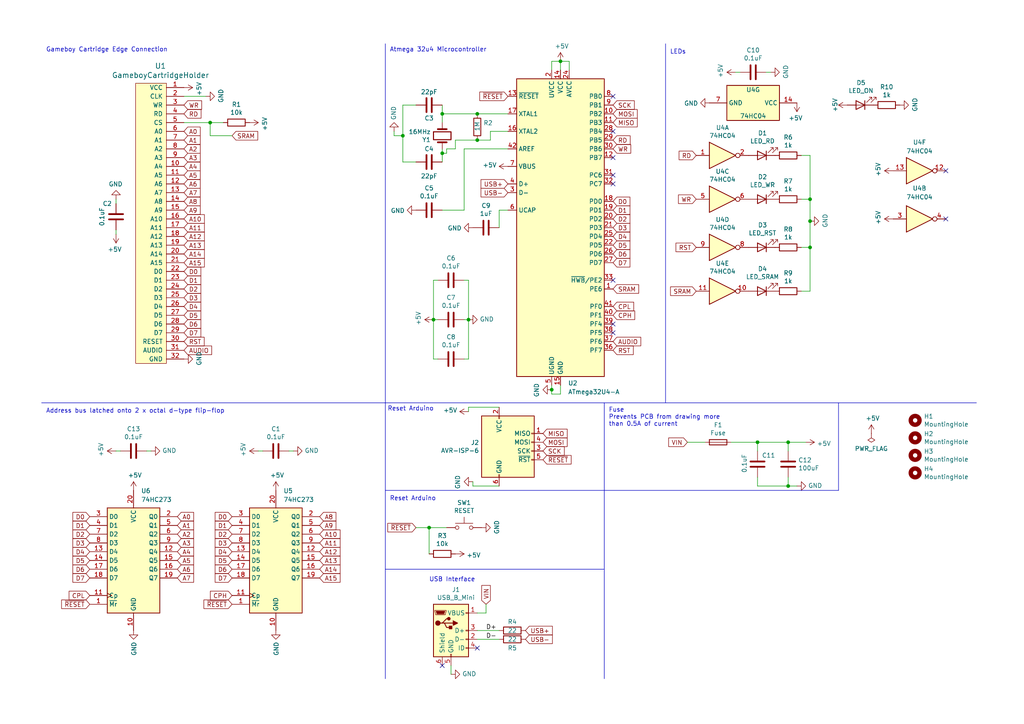
<source format=kicad_sch>
(kicad_sch (version 20231120) (generator "eeschema") (generator_version "8.0")
  (paper "A4")
  (title_block (date "2024-04-01") (rev "2"))
  (lib_symbols
    (symbol "74xx:74AHC04"
      (property "Reference" "U" (at 0 1.27 0))
      (property "Value" "74AHC04" (at 0 -1.27 0))
      (symbol "74AHC04_1_0"
        (pin input line (at -7.62 0 0) (length 3.81) (name "~") (number "1"))
        (pin output inverted (at 7.62 0 180) (length 3.81) (name "~") (number "2"))
      )
      (symbol "74AHC04_2_0"
        (pin input line (at -7.62 0 0) (length 3.81) (name "~") (number "3"))
        (pin output inverted (at 7.62 0 180) (length 3.81) (name "~") (number "4"))
      )
      (symbol "74AHC04_3_0"
        (pin input line (at -7.62 0 0) (length 3.81) (name "~") (number "5"))
        (pin output inverted (at 7.62 0 180) (length 3.81) (name "~") (number "6"))
      )
      (symbol "74AHC04_4_0"
        (pin output inverted (at 7.62 0 180) (length 3.81) (name "~") (number "8"))
        (pin input line (at -7.62 0 0) (length 3.81) (name "~") (number "9"))
      )
      (symbol "74AHC04_5_0"
        (pin output inverted (at 7.62 0 180) (length 3.81) (name "~") (number "10"))
        (pin input line (at -7.62 0 0) (length 3.81) (name "~") (number "11"))
      )
      (symbol "74AHC04_6_0"
        (pin output inverted (at 7.62 0 180) (length 3.81) (name "~") (number "12"))
        (pin input line (at -7.62 0 0) (length 3.81) (name "~") (number "13"))
      )
      (symbol "74AHC04_7_0"
        (pin power_in line (at 0 12.7 270) (length 5.08) (name "VCC") (number "14"))
        (pin power_in line (at 0 -12.7 90) (length 5.08) (name "GND") (number "7"))
      )
    )
    (symbol "74xx:74HC273"
      (property "Reference" "U" (at -7.62 16.51 0))
      (property "Value" "74HC273" (at -7.62 -16.51 0))
      (symbol "74HC273_1_0"
        (pin input line (at -12.7 -12.7 0) (length 5.08) (name "~{Mr}") (number "1"))
        (pin power_in line (at 0 -20.32 90) (length 5.08) (name "GND") (number "10"))
        (pin input clock (at -12.7 -10.16 0) (length 5.08) (name "Cp") (number "11"))
        (pin output line (at 12.7 2.54 180) (length 5.08) (name "Q4") (number "12"))
        (pin input line (at -12.7 2.54 0) (length 5.08) (name "D4") (number "13"))
        (pin input line (at -12.7 0 0) (length 5.08) (name "D5") (number "14"))
        (pin output line (at 12.7 0 180) (length 5.08) (name "Q5") (number "15"))
        (pin output line (at 12.7 -2.54 180) (length 5.08) (name "Q6") (number "16"))
        (pin input line (at -12.7 -2.54 0) (length 5.08) (name "D6") (number "17"))
        (pin input line (at -12.7 -5.08 0) (length 5.08) (name "D7") (number "18"))
        (pin output line (at 12.7 -5.08 180) (length 5.08) (name "Q7") (number "19"))
        (pin output line (at 12.7 12.7 180) (length 5.08) (name "Q0") (number "2"))
        (pin power_in line (at 0 20.32 270) (length 5.08) (name "VCC") (number "20"))
        (pin input line (at -12.7 12.7 0) (length 5.08) (name "D0") (number "3"))
        (pin input line (at -12.7 10.16 0) (length 5.08) (name "D1") (number "4"))
        (pin output line (at 12.7 10.16 180) (length 5.08) (name "Q1") (number "5"))
        (pin output line (at 12.7 7.62 180) (length 5.08) (name "Q2") (number "6"))
        (pin input line (at -12.7 7.62 0) (length 5.08) (name "D2") (number "7"))
        (pin input line (at -12.7 5.08 0) (length 5.08) (name "D3") (number "8"))
        (pin output line (at 12.7 5.08 180) (length 5.08) (name "Q3") (number "9"))
      )
    )
    (symbol "Connector:AVR-ISP-6" (pin_names (offset 1.016))
      (property "Reference" "J" (at -6.35 11.43 0))
      (property "Value" "AVR-ISP-6" (at 0 11.43 0))
      (symbol "AVR-ISP-6_1_1"
        (pin passive line (at 10.16 5.08 180) (length 2.54) (name "MISO") (number "1"))
        (pin passive line (at -2.54 12.7 270) (length 2.54) (name "VCC") (number "2"))
        (pin passive line (at 10.16 0 180) (length 2.54) (name "SCK") (number "3"))
        (pin passive line (at 10.16 2.54 180) (length 2.54) (name "MOSI") (number "4"))
        (pin passive line (at 10.16 -2.54 180) (length 2.54) (name "~{RST}") (number "5"))
        (pin passive line (at -2.54 -10.16 90) (length 2.54) (name "GND") (number "6"))
      )
    )
    (symbol "Connector:USB_B_Mini" (pin_names (offset 1.016))
      (property "Reference" "J" (at -5.08 11.43 0))
      (property "Value" "USB_B_Mini" (at -5.08 8.89 0))
      (symbol "USB_B_Mini_1_1"
        (pin power_out line (at 7.62 5.08 180) (length 2.54) (name "VBUS") (number "1"))
        (pin bidirectional line (at 7.62 -2.54 180) (length 2.54) (name "D-") (number "2"))
        (pin bidirectional line (at 7.62 0 180) (length 2.54) (name "D+") (number "3"))
        (pin passive line (at 7.62 -5.08 180) (length 2.54) (name "ID") (number "4"))
        (pin power_out line (at 0 -10.16 90) (length 2.54) (name "GND") (number "5"))
        (pin passive line (at -2.54 -10.16 90) (length 2.54) (name "Shield") (number "6"))
      )
    )
    (symbol "Device:C" (pin_numbers hide) (pin_names (offset 0.254))
      (property "Reference" "C" (at 0.635 2.54 0))
      (property "Value" "C" (at 0.635 -2.54 0))
      (symbol "C_1_1"
        (pin passive line (at 0 3.81 270) (length 2.794) (name "~") (number "1"))
        (pin passive line (at 0 -3.81 90) (length 2.794) (name "~") (number "2"))
      )
    )
    (symbol "Device:Crystal" (pin_numbers hide) (pin_names (offset 1.016) hide)
      (property "Reference" "Y" (at 0 3.81 0))
      (property "Value" "Crystal" (at 0 -3.81 0))
      (symbol "Crystal_1_1"
        (pin passive line (at -3.81 0 0) (length 1.27) (name "1") (number "1"))
        (pin passive line (at 3.81 0 180) (length 1.27) (name "2") (number "2"))
      )
    )
    (symbol "Device:Fuse" (pin_numbers hide) (pin_names (offset 0))
      (property "Reference" "F" (at 2.032 0 90))
      (property "Value" "Fuse" (at -1.905 0 90))
      (symbol "Fuse_1_1"
        (pin passive line (at 0 3.81 270) (length 1.27) (name "~") (number "1"))
        (pin passive line (at 0 -3.81 90) (length 1.27) (name "~") (number "2"))
      )
    )
    (symbol "Device:LED" (pin_numbers hide) (pin_names (offset 1.016) hide)
      (property "Reference" "D" (at 0 2.54 0))
      (property "Value" "LED" (at 0 -2.54 0))
      (symbol "LED_1_1"
        (pin passive line (at -3.81 0 0) (length 2.54) (name "K") (number "1"))
        (pin passive line (at 3.81 0 180) (length 2.54) (name "A") (number "2"))
      )
    )
    (symbol "Device:R" (pin_numbers hide) (pin_names (offset 0))
      (property "Reference" "R" (at 2.032 0 90))
      (property "Value" "R" (at 0 0 90))
      (symbol "R_1_1"
        (pin passive line (at 0 3.81 270) (length 1.27) (name "~") (number "1"))
        (pin passive line (at 0 -3.81 90) (length 1.27) (name "~") (number "2"))
      )
    )
    (symbol "MCU_Microchip_ATmega:ATmega32U4-A"
      (property "Reference" "U" (at -12.7 44.45 0))
      (property "Value" "ATmega32U4-A" (at 2.54 -44.45 0))
      (symbol "ATmega32U4-A_1_1"
        (pin bidirectional line (at 15.24 -17.78 180) (length 2.54) (name "PE6") (number "1"))
        (pin bidirectional line (at 15.24 33.02 180) (length 2.54) (name "PB2") (number "10"))
        (pin bidirectional line (at 15.24 30.48 180) (length 2.54) (name "PB3") (number "11"))
        (pin bidirectional line (at 15.24 20.32 180) (length 2.54) (name "PB7") (number "12"))
        (pin input line (at -15.24 38.1 0) (length 2.54) (name "~{RESET}") (number "13"))
        (pin power_in line (at 0 45.72 270) (length 2.54) (name "VCC") (number "14"))
        (pin power_in line (at 0 -45.72 90) (length 2.54) (name "GND") (number "15"))
        (pin output line (at -15.24 27.94 0) (length 2.54) (name "XTAL2") (number "16"))
        (pin input line (at -15.24 33.02 0) (length 2.54) (name "XTAL1") (number "17"))
        (pin bidirectional line (at 15.24 7.62 180) (length 2.54) (name "PD0") (number "18"))
        (pin bidirectional line (at 15.24 5.08 180) (length 2.54) (name "PD1") (number "19"))
        (pin power_in line (at -2.54 45.72 270) (length 2.54) (name "UVCC") (number "2"))
        (pin bidirectional line (at 15.24 2.54 180) (length 2.54) (name "PD2") (number "20"))
        (pin bidirectional line (at 15.24 0 180) (length 2.54) (name "PD3") (number "21"))
        (pin bidirectional line (at 15.24 -5.08 180) (length 2.54) (name "PD5") (number "22"))
        (pin passive line (at 0 -45.72 90) (length 2.54) hide (name "GND") (number "23"))
        (pin power_in line (at 2.54 45.72 270) (length 2.54) (name "AVCC") (number "24"))
        (pin bidirectional line (at 15.24 -2.54 180) (length 2.54) (name "PD4") (number "25"))
        (pin bidirectional line (at 15.24 -7.62 180) (length 2.54) (name "PD6") (number "26"))
        (pin bidirectional line (at 15.24 -10.16 180) (length 2.54) (name "PD7") (number "27"))
        (pin bidirectional line (at 15.24 27.94 180) (length 2.54) (name "PB4") (number "28"))
        (pin bidirectional line (at 15.24 25.4 180) (length 2.54) (name "PB5") (number "29"))
        (pin bidirectional line (at -15.24 10.16 0) (length 2.54) (name "D-") (number "3"))
        (pin bidirectional line (at 15.24 22.86 180) (length 2.54) (name "PB6") (number "30"))
        (pin bidirectional line (at 15.24 15.24 180) (length 2.54) (name "PC6") (number "31"))
        (pin bidirectional line (at 15.24 12.7 180) (length 2.54) (name "PC7") (number "32"))
        (pin bidirectional line (at 15.24 -15.24 180) (length 2.54) (name "~{HWB}/PE2") (number "33"))
        (pin passive line (at 0 45.72 270) (length 2.54) hide (name "VCC") (number "34"))
        (pin passive line (at 0 -45.72 90) (length 2.54) hide (name "GND") (number "35"))
        (pin bidirectional line (at 15.24 -35.56 180) (length 2.54) (name "PF7") (number "36"))
        (pin bidirectional line (at 15.24 -33.02 180) (length 2.54) (name "PF6") (number "37"))
        (pin bidirectional line (at 15.24 -30.48 180) (length 2.54) (name "PF5") (number "38"))
        (pin bidirectional line (at 15.24 -27.94 180) (length 2.54) (name "PF4") (number "39"))
        (pin bidirectional line (at -15.24 12.7 0) (length 2.54) (name "D+") (number "4"))
        (pin bidirectional line (at 15.24 -25.4 180) (length 2.54) (name "PF1") (number "40"))
        (pin bidirectional line (at 15.24 -22.86 180) (length 2.54) (name "PF0") (number "41"))
        (pin passive line (at -15.24 22.86 0) (length 2.54) (name "AREF") (number "42"))
        (pin passive line (at 0 -45.72 90) (length 2.54) hide (name "GND") (number "43"))
        (pin passive line (at 2.54 45.72 270) (length 2.54) hide (name "AVCC") (number "44"))
        (pin passive line (at -2.54 -45.72 90) (length 2.54) (name "UGND") (number "5"))
        (pin passive line (at -15.24 5.08 0) (length 2.54) (name "UCAP") (number "6"))
        (pin input line (at -15.24 17.78 0) (length 2.54) (name "VBUS") (number "7"))
        (pin bidirectional line (at 15.24 38.1 180) (length 2.54) (name "PB0") (number "8"))
        (pin bidirectional line (at 15.24 35.56 180) (length 2.54) (name "PB1") (number "9"))
      )
    )
    (symbol "Mechanical:MountingHole" (pin_names (offset 1.016))
      (property "Reference" "H" (at 0 5.08 0))
      (property "Value" "MountingHole" (at 0 3.175 0))
    )
    (symbol "Switch:SW_Push" (pin_numbers hide) (pin_names (offset 1.016) hide)
      (property "Reference" "SW" (at 1.27 2.54 0))
      (property "Value" "SW_Push" (at 0 -1.524 0))
      (symbol "SW_Push_0_1"
        (pin passive line (at -5.08 0 0) (length 2.54) (name "1") (number "1"))
        (pin passive line (at 5.08 0 180) (length 2.54) (name "2") (number "2"))
      )
    )
    (symbol "gameboy:GameboyCartridgeHolder" (pin_names (offset 1.016))
      (property "Reference" "U" (at 0 -3.81 0))
      (property "Value" "GameboyCartridgeHolder" (at 0 -6.35 0))
      (symbol "GameboyCartridgeHolder_1_1"
        (pin input line (at -38.1 11.43 270) (length 5.08) (name "VCC") (number "1"))
        (pin input line (at -15.24 11.43 270) (length 5.08) (name "A4") (number "10"))
        (pin input line (at -12.7 11.43 270) (length 5.08) (name "A5") (number "11"))
        (pin input line (at -10.16 11.43 270) (length 5.08) (name "A6") (number "12"))
        (pin input line (at -7.62 11.43 270) (length 5.08) (name "A7") (number "13"))
        (pin input line (at -5.08 11.43 270) (length 5.08) (name "A8") (number "14"))
        (pin input line (at -2.54 11.43 270) (length 5.08) (name "A9") (number "15"))
        (pin input line (at 0 11.43 270) (length 5.08) (name "A10") (number "16"))
        (pin input line (at 2.54 11.43 270) (length 5.08) (name "A11") (number "17"))
        (pin input line (at 5.08 11.43 270) (length 5.08) (name "A12") (number "18"))
        (pin input line (at 7.62 11.43 270) (length 5.08) (name "A13") (number "19"))
        (pin input line (at -35.56 11.43 270) (length 5.08) (name "CLK") (number "2"))
        (pin input line (at 10.16 11.43 270) (length 5.08) (name "A14") (number "20"))
        (pin input line (at 12.7 11.43 270) (length 5.08) (name "A15") (number "21"))
        (pin input line (at 15.24 11.43 270) (length 5.08) (name "D0") (number "22"))
        (pin input line (at 17.78 11.43 270) (length 5.08) (name "D1") (number "23"))
        (pin input line (at 20.32 11.43 270) (length 5.08) (name "D2") (number "24"))
        (pin input line (at 22.86 11.43 270) (length 5.08) (name "D3") (number "25"))
        (pin input line (at 25.4 11.43 270) (length 5.08) (name "D4") (number "26"))
        (pin input line (at 27.94 11.43 270) (length 5.08) (name "D5") (number "27"))
        (pin input line (at 30.48 11.43 270) (length 5.08) (name "D6") (number "28"))
        (pin input line (at 33.02 11.43 270) (length 5.08) (name "D7") (number "29"))
        (pin input line (at -33.02 11.43 270) (length 5.08) (name "WR") (number "3"))
        (pin input line (at 35.56 11.43 270) (length 5.08) (name "RESET") (number "30"))
        (pin input line (at 38.1 11.43 270) (length 5.08) (name "AUDIO") (number "31"))
        (pin input line (at 40.64 11.43 270) (length 5.08) (name "GND") (number "32"))
        (pin input line (at -30.48 11.43 270) (length 5.08) (name "RD") (number "4"))
        (pin input line (at -27.94 11.43 270) (length 5.08) (name "CS") (number "5"))
        (pin input line (at -25.4 11.43 270) (length 5.08) (name "A0") (number "6"))
        (pin input line (at -22.86 11.43 270) (length 5.08) (name "A1") (number "7"))
        (pin input line (at -20.32 11.43 270) (length 5.08) (name "A2") (number "8"))
        (pin input line (at -17.78 11.43 270) (length 5.08) (name "A3") (number "9"))
      )
    )
    (symbol "power:+5V" (power) (pin_names (offset 0))
      (property "Value" "+5V" (at 0 3.556 0))
      (symbol "+5V_1_1"
        (pin power_in line (at 0 0 90) (length 0) hide (name "+5V") (number "1"))
      )
    )
    (symbol "power:GND" (power) (pin_names (offset 0))
      (property "Value" "GND" (at 0 -3.81 0))
      (symbol "GND_1_1"
        (pin power_in line (at 0 0 270) (length 0) hide (name "GND") (number "1"))
      )
    )
    (symbol "power:PWR_FLAG" (power) (pin_numbers hide) (pin_names (offset 0) hide)
      (property "Value" "PWR_FLAG" (at 0 3.81 0))
      (symbol "PWR_FLAG_0_0"
        (pin power_out line (at 0 0 90) (length 0) (name "pwr") (number "1"))
      )
    )
  )
  (junction (at 138.43 40.64))
  (junction (at 234.95 64.135))
  (junction (at 234.95 71.755))
  (junction (at 160.02 113.03))
  (junction (at 228.6 140.97))
  (junction (at 116.84 39.37))
  (junction (at 124.46 153.035))
  (junction (at 219.71 128.27))
  (junction (at 138.43 33.02))
  (junction (at 162.56 17.78))
  (junction (at 234.95 57.785))
  (junction (at 128.27 44.45))
  (junction (at 228.6 128.27))
  (junction (at 125.73 92.71))
  (junction (at 60.96 35.56))
  (junction (at 135.89 92.71))
  (junction (at 128.27 33.02))
  (no_connect (at 274.32 63.5))
  (no_connect (at 177.8 38.1))
  (no_connect (at 177.8 50.8))
  (no_connect (at 138.43 187.96))
  (no_connect (at 177.8 27.94))
  (no_connect (at 177.8 81.28))
  (no_connect (at 274.32 49.53))
  (no_connect (at 177.8 53.34))
  (no_connect (at 128.27 193.04))
  (no_connect (at 177.8 45.72))
  (no_connect (at 177.8 93.98))
  (no_connect (at 177.8 96.52))
  (wire (pts (xy 147.32 38.1) (xy 142.24 38.1)))
  (wire (pts (xy 116.84 39.37) (xy 116.84 46.99)))
  (wire (pts (xy 147.32 43.18) (xy 134.62 43.18)))
  (wire (pts (xy 160.02 17.78) (xy 162.56 17.78)))
  (wire (pts (xy 125.73 104.14) (xy 127 104.14)))
  (wire (pts (xy 160.02 113.03) (xy 160.02 114.3)))
  (wire (pts (xy 142.24 38.1) (xy 142.24 40.64)))
  (wire (pts (xy 219.71 140.97) (xy 228.6 140.97)))
  (wire (pts (xy 234.95 71.755) (xy 234.95 84.455)))
  (wire (pts (xy 120.65 30.48) (xy 116.84 30.48)))
  (wire (pts (xy 53.34 27.94) (xy 59.69 27.94)))
  (wire (pts (xy 128.27 33.02) (xy 128.27 30.48)))
  (wire (pts (xy 129.54 43.18) (xy 129.54 44.45)))
  (wire (pts (xy 60.96 35.56) (xy 64.77 35.56)))
  (wire (pts (xy 128.27 33.02) (xy 138.43 33.02)))
  (wire (pts (xy 140.97 177.8) (xy 138.43 177.8)))
  (wire (pts (xy 33.655 66.675) (xy 33.655 67.945)))
  (wire (pts (xy 234.95 84.455) (xy 232.41 84.455)))
  (wire (pts (xy 132.08 43.18) (xy 132.08 40.64)))
  (wire (pts (xy 214.63 20.955) (xy 213.36 20.955)))
  (polyline (pts (xy 175.26 116.84) (xy 175.26 196.85)))
  (polyline (pts (xy 243.205 142.24) (xy 243.205 116.84)))
  (wire (pts (xy 125.73 92.71) (xy 125.73 104.14)))
  (wire (pts (xy 160.02 20.32) (xy 160.02 17.78)))
  (wire (pts (xy 134.62 92.71) (xy 135.89 92.71)))
  (wire (pts (xy 219.71 138.43) (xy 219.71 140.97)))
  (wire (pts (xy 124.46 153.035) (xy 124.46 160.655)))
  (wire (pts (xy 160.02 114.3) (xy 162.56 114.3)))
  (wire (pts (xy 137.16 140.97) (xy 137.16 139.7)))
  (wire (pts (xy 125.73 81.28) (xy 125.73 92.71)))
  (wire (pts (xy 232.41 57.785) (xy 234.95 57.785)))
  (wire (pts (xy 160.02 111.76) (xy 160.02 113.03)))
  (wire (pts (xy 162.56 17.78) (xy 165.1 17.78)))
  (wire (pts (xy 116.84 46.99) (xy 120.65 46.99)))
  (wire (pts (xy 162.56 20.32) (xy 162.56 17.78)))
  (polyline (pts (xy 111.76 165.1) (xy 175.26 165.1)))
  (wire (pts (xy 228.6 140.97) (xy 231.14 140.97)))
  (wire (pts (xy 128.27 44.45) (xy 128.27 46.99)))
  (wire (pts (xy 144.78 140.97) (xy 137.16 140.97)))
  (wire (pts (xy 232.41 45.085) (xy 234.95 45.085)))
  (wire (pts (xy 144.78 185.42) (xy 138.43 185.42)))
  (wire (pts (xy 204.47 128.27) (xy 199.39 128.27)))
  (wire (pts (xy 135.89 92.71) (xy 135.89 104.14)))
  (wire (pts (xy 165.1 17.78) (xy 165.1 20.32)))
  (wire (pts (xy 135.89 104.14) (xy 134.62 104.14)))
  (wire (pts (xy 228.6 138.43) (xy 228.6 140.97)))
  (polyline (pts (xy 12.065 116.84) (xy 111.76 116.84)))
  (polyline (pts (xy 111.76 116.84) (xy 283.21 116.84)))
  (wire (pts (xy 234.95 64.135) (xy 234.95 71.755)))
  (wire (pts (xy 134.62 81.28) (xy 135.89 81.28)))
  (wire (pts (xy 135.89 118.11) (xy 144.78 118.11)))
  (wire (pts (xy 120.65 153.035) (xy 124.46 153.035)))
  (wire (pts (xy 212.09 128.27) (xy 219.71 128.27)))
  (wire (pts (xy 140.97 175.26) (xy 140.97 177.8)))
  (wire (pts (xy 134.62 60.96) (xy 128.27 60.96)))
  (wire (pts (xy 234.95 57.785) (xy 234.95 64.135)))
  (wire (pts (xy 33.655 59.055) (xy 33.655 57.785)))
  (wire (pts (xy 134.62 43.18) (xy 134.62 60.96)))
  (wire (pts (xy 128.27 35.56) (xy 128.27 33.02)))
  (wire (pts (xy 60.96 35.56) (xy 60.96 39.37)))
  (wire (pts (xy 228.6 128.27) (xy 233.68 128.27)))
  (wire (pts (xy 42.545 130.81) (xy 43.815 130.81)))
  (wire (pts (xy 132.08 43.18) (xy 129.54 43.18)))
  (wire (pts (xy 83.82 130.81) (xy 85.09 130.81)))
  (wire (pts (xy 142.24 40.64) (xy 138.43 40.64)))
  (wire (pts (xy 222.25 20.955) (xy 223.52 20.955)))
  (wire (pts (xy 114.3 38.1) (xy 114.3 39.37)))
  (wire (pts (xy 234.95 45.085) (xy 234.95 57.785)))
  (wire (pts (xy 144.78 60.96) (xy 144.78 66.04)))
  (wire (pts (xy 130.81 193.04) (xy 130.81 195.58)))
  (wire (pts (xy 60.96 39.37) (xy 67.31 39.37)))
  (polyline (pts (xy 175.26 142.24) (xy 243.205 142.24)))
  (wire (pts (xy 124.46 153.035) (xy 129.54 153.035)))
  (wire (pts (xy 34.925 130.81) (xy 33.655 130.81)))
  (wire (pts (xy 53.34 35.56) (xy 60.96 35.56)))
  (wire (pts (xy 162.56 114.3) (xy 162.56 111.76)))
  (wire (pts (xy 219.71 128.27) (xy 228.6 128.27)))
  (wire (pts (xy 127 81.28) (xy 125.73 81.28)))
  (wire (pts (xy 128.27 43.18) (xy 128.27 44.45)))
  (wire (pts (xy 135.89 81.28) (xy 135.89 92.71)))
  (polyline (pts (xy 111.76 12.7) (xy 111.76 196.85)))
  (wire (pts (xy 116.84 30.48) (xy 116.84 39.37)))
  (wire (pts (xy 234.95 71.755) (xy 232.41 71.755)))
  (wire (pts (xy 129.54 44.45) (xy 128.27 44.45)))
  (wire (pts (xy 114.3 39.37) (xy 116.84 39.37)))
  (wire (pts (xy 76.2 130.81) (xy 74.93 130.81)))
  (polyline (pts (xy 111.76 142.24) (xy 175.26 142.24)))
  (wire (pts (xy 228.6 128.27) (xy 228.6 130.81)))
  (wire (pts (xy 138.43 40.64) (xy 132.08 40.64)))
  (wire (pts (xy 147.32 60.96) (xy 144.78 60.96)))
  (wire (pts (xy 219.71 128.27) (xy 219.71 130.81)))
  (polyline (pts (xy 193.04 12.7) (xy 193.04 116.84)))
  (wire (pts (xy 127 92.71) (xy 125.73 92.71)))
  (wire (pts (xy 138.43 33.02) (xy 147.32 33.02)))
  (wire (pts (xy 135.89 118.11) (xy 135.89 119.38)))
  (wire (pts (xy 138.43 182.88) (xy 144.78 182.88)))
  (text "Address bus latched onto 2 x octal d-type flip-flop" (at 13.335 120.015 0) (effects (font (size 1.27 1.27)) (justify left bottom)))
  (text "Reset Arduino" (at 112.395 119.38 0) (effects (font (size 1.27 1.27)) (justify left bottom)))
  (text "Atmega 32u4 Microcontroller" (at 113.03 15.24 0) (effects (font (size 1.27 1.27)) (justify left bottom)))
  (text "LEDs" (at 194.31 15.875 0) (effects (font (size 1.27 1.27)) (justify left bottom)))
  (text "Reset Arduino" (at 113.03 145.415 0) (effects (font (size 1.27 1.27)) (justify left bottom)))
  (text "Gameboy Cartridge Edge Connection" (at 13.335 15.24 0) (effects (font (size 1.27 1.27)) (justify left bottom)))
  (text "USB Interface" (at 124.46 168.91 0) (effects (font (size 1.27 1.27)) (justify left bottom)))
  (text "Fuse\nPrevents PCB from drawing more\nthan 0.5A of current" (at 176.53 123.825 0) (effects (font (size 1.27 1.27)) (justify left bottom)))
  (label "D+" (at 140.97 182.88 0))
  (label "D-" (at 140.97 185.42 0))
  (global_label "D6" (shape input) (at 67.31 165.1 180) (property "Intersheetrefs" "${INTERSHEET_REFS}" (effects (hide yes))))
  (global_label "D1" (shape input) (at 26.035 152.4 180) (property "Intersheetrefs" "${INTERSHEET_REFS}" (effects (hide yes))))
  (global_label "RD" (shape input) (at 53.34 33.02 0) (property "Intersheetrefs" "${INTERSHEET_REFS}" (effects (hide yes))))
  (global_label "A15" (shape input) (at 53.34 76.2 0) (property "Intersheetrefs" "${INTERSHEET_REFS}" (effects (hide yes))))
  (global_label "D0" (shape input) (at 53.34 78.74 0) (property "Intersheetrefs" "${INTERSHEET_REFS}" (effects (hide yes))))
  (global_label "A0" (shape input) (at 53.34 38.1 0) (property "Intersheetrefs" "${INTERSHEET_REFS}" (effects (hide yes))))
  (global_label "A9" (shape input) (at 92.71 152.4 0) (property "Intersheetrefs" "${INTERSHEET_REFS}" (effects (hide yes))))
  (global_label "CPL" (shape input) (at 177.8 88.9 0) (property "Intersheetrefs" "${INTERSHEET_REFS}" (effects (hide yes))))
  (global_label "D5" (shape input) (at 177.8 71.12 0) (property "Intersheetrefs" "${INTERSHEET_REFS}" (effects (hide yes))))
  (global_label "D4" (shape input) (at 177.8 68.58 0) (property "Intersheetrefs" "${INTERSHEET_REFS}" (effects (hide yes))))
  (global_label "MISO" (shape input) (at 177.8 35.56 0) (property "Intersheetrefs" "${INTERSHEET_REFS}" (effects (hide yes))))
  (global_label "A5" (shape input) (at 51.435 162.56 0) (property "Intersheetrefs" "${INTERSHEET_REFS}" (effects (hide yes))))
  (global_label "A1" (shape input) (at 51.435 152.4 0) (property "Intersheetrefs" "${INTERSHEET_REFS}" (effects (hide yes))))
  (global_label "MISO" (shape input) (at 157.48 125.73 0) (property "Intersheetrefs" "${INTERSHEET_REFS}" (effects (hide yes))))
  (global_label "A0" (shape input) (at 51.435 149.86 0) (property "Intersheetrefs" "${INTERSHEET_REFS}" (effects (hide yes))))
  (global_label "A4" (shape input) (at 53.34 48.26 0) (property "Intersheetrefs" "${INTERSHEET_REFS}" (effects (hide yes))))
  (global_label "A6" (shape input) (at 53.34 53.34 0) (property "Intersheetrefs" "${INTERSHEET_REFS}" (effects (hide yes))))
  (global_label "D4" (shape input) (at 67.31 160.02 180) (property "Intersheetrefs" "${INTERSHEET_REFS}" (effects (hide yes))))
  (global_label "D7" (shape input) (at 26.035 167.64 180) (property "Intersheetrefs" "${INTERSHEET_REFS}" (effects (hide yes))))
  (global_label "A8" (shape input) (at 92.71 149.86 0) (property "Intersheetrefs" "${INTERSHEET_REFS}" (effects (hide yes))))
  (global_label "A12" (shape input) (at 53.34 68.58 0) (property "Intersheetrefs" "${INTERSHEET_REFS}" (effects (hide yes))))
  (global_label "D6" (shape input) (at 53.34 93.98 0) (property "Intersheetrefs" "${INTERSHEET_REFS}" (effects (hide yes))))
  (global_label "RST" (shape input) (at 53.34 99.06 0) (property "Intersheetrefs" "${INTERSHEET_REFS}" (effects (hide yes))))
  (global_label "D6" (shape input) (at 177.8 73.66 0) (property "Intersheetrefs" "${INTERSHEET_REFS}" (effects (hide yes))))
  (global_label "WR" (shape input) (at 53.34 30.48 0) (property "Intersheetrefs" "${INTERSHEET_REFS}" (effects (hide yes))))
  (global_label "A1" (shape input) (at 53.34 40.64 0) (property "Intersheetrefs" "${INTERSHEET_REFS}" (effects (hide yes))))
  (global_label "D1" (shape input) (at 177.8 60.96 0) (property "Intersheetrefs" "${INTERSHEET_REFS}" (effects (hide yes))))
  (global_label "MOSI" (shape input) (at 177.8 33.02 0) (property "Intersheetrefs" "${INTERSHEET_REFS}" (effects (hide yes))))
  (global_label "USB-" (shape input) (at 152.4 185.42 0) (property "Intersheetrefs" "${INTERSHEET_REFS}" (effects (hide yes))))
  (global_label "A11" (shape input) (at 92.71 157.48 0) (property "Intersheetrefs" "${INTERSHEET_REFS}" (effects (hide yes))))
  (global_label "A14" (shape input) (at 53.34 73.66 0) (property "Intersheetrefs" "${INTERSHEET_REFS}" (effects (hide yes))))
  (global_label "MOSI" (shape input) (at 157.48 128.27 0) (property "Intersheetrefs" "${INTERSHEET_REFS}" (effects (hide yes))))
  (global_label "SCK" (shape input) (at 177.8 30.48 0) (property "Intersheetrefs" "${INTERSHEET_REFS}" (effects (hide yes))))
  (global_label "D2" (shape input) (at 177.8 63.5 0) (property "Intersheetrefs" "${INTERSHEET_REFS}" (effects (hide yes))))
  (global_label "A7" (shape input) (at 51.435 167.64 0) (property "Intersheetrefs" "${INTERSHEET_REFS}" (effects (hide yes))))
  (global_label "~{RESET}" (shape input) (at 67.31 175.26 180) (property "Intersheetrefs" "${INTERSHEET_REFS}" (effects (hide yes))))
  (global_label "D4" (shape input) (at 53.34 88.9 0) (property "Intersheetrefs" "${INTERSHEET_REFS}" (effects (hide yes))))
  (global_label "A10" (shape input) (at 92.71 154.94 0) (property "Intersheetrefs" "${INTERSHEET_REFS}" (effects (hide yes))))
  (global_label "SRAM" (shape input) (at 177.8 83.82 0) (property "Intersheetrefs" "${INTERSHEET_REFS}" (effects (hide yes))))
  (global_label "RD" (shape input) (at 177.8 40.64 0) (property "Intersheetrefs" "${INTERSHEET_REFS}" (effects (hide yes))))
  (global_label "RST" (shape input) (at 177.8 101.6 0) (property "Intersheetrefs" "${INTERSHEET_REFS}" (effects (hide yes))))
  (global_label "~{RESET}" (shape input) (at 147.32 27.94 180) (property "Intersheetrefs" "${INTERSHEET_REFS}" (effects (hide yes))))
  (global_label "D5" (shape input) (at 67.31 162.56 180) (property "Intersheetrefs" "${INTERSHEET_REFS}" (effects (hide yes))))
  (global_label "SCK" (shape input) (at 157.48 130.81 0) (property "Intersheetrefs" "${INTERSHEET_REFS}" (effects (hide yes))))
  (global_label "A14" (shape input) (at 92.71 165.1 0) (property "Intersheetrefs" "${INTERSHEET_REFS}" (effects (hide yes))))
  (global_label "VIN" (shape input) (at 199.39 128.27 180) (property "Intersheetrefs" "${INTERSHEET_REFS}" (effects (hide yes))))
  (global_label "~{RESET}" (shape input) (at 120.65 153.035 180) (property "Intersheetrefs" "${INTERSHEET_REFS}" (effects (hide yes))))
  (global_label "D2" (shape input) (at 53.34 83.82 0) (property "Intersheetrefs" "${INTERSHEET_REFS}" (effects (hide yes))))
  (global_label "SRAM" (shape input) (at 201.93 84.455 180) (property "Intersheetrefs" "${INTERSHEET_REFS}" (effects (hide yes))))
  (global_label "A7" (shape input) (at 53.34 55.88 0) (property "Intersheetrefs" "${INTERSHEET_REFS}" (effects (hide yes))))
  (global_label "CPL" (shape input) (at 26.035 172.72 180) (property "Intersheetrefs" "${INTERSHEET_REFS}" (effects (hide yes))))
  (global_label "USB+" (shape input) (at 147.32 53.34 180) (property "Intersheetrefs" "${INTERSHEET_REFS}" (effects (hide yes))))
  (global_label "~{RESET}" (shape input) (at 26.035 175.26 180) (property "Intersheetrefs" "${INTERSHEET_REFS}" (effects (hide yes))))
  (global_label "A13" (shape input) (at 92.71 162.56 0) (property "Intersheetrefs" "${INTERSHEET_REFS}" (effects (hide yes))))
  (global_label "A6" (shape input) (at 51.435 165.1 0) (property "Intersheetrefs" "${INTERSHEET_REFS}" (effects (hide yes))))
  (global_label "~{RESET}" (shape input) (at 157.48 133.35 0) (property "Intersheetrefs" "${INTERSHEET_REFS}" (effects (hide yes))))
  (global_label "A15" (shape input) (at 92.71 167.64 0) (property "Intersheetrefs" "${INTERSHEET_REFS}" (effects (hide yes))))
  (global_label "A4" (shape input) (at 51.435 160.02 0) (property "Intersheetrefs" "${INTERSHEET_REFS}" (effects (hide yes))))
  (global_label "VIN" (shape input) (at 140.97 175.26 90) (property "Intersheetrefs" "${INTERSHEET_REFS}" (effects (hide yes))))
  (global_label "AUDIO" (shape input) (at 53.34 101.6 0) (property "Intersheetrefs" "${INTERSHEET_REFS}" (effects (hide yes))))
  (global_label "A11" (shape input) (at 53.34 66.04 0) (property "Intersheetrefs" "${INTERSHEET_REFS}" (effects (hide yes))))
  (global_label "A12" (shape input) (at 92.71 160.02 0) (property "Intersheetrefs" "${INTERSHEET_REFS}" (effects (hide yes))))
  (global_label "D1" (shape input) (at 67.31 152.4 180) (property "Intersheetrefs" "${INTERSHEET_REFS}" (effects (hide yes))))
  (global_label "D3" (shape input) (at 53.34 86.36 0) (property "Intersheetrefs" "${INTERSHEET_REFS}" (effects (hide yes))))
  (global_label "CPH" (shape input) (at 177.8 91.44 0) (property "Intersheetrefs" "${INTERSHEET_REFS}" (effects (hide yes))))
  (global_label "D6" (shape input) (at 26.035 165.1 180) (property "Intersheetrefs" "${INTERSHEET_REFS}" (effects (hide yes))))
  (global_label "D7" (shape input) (at 53.34 96.52 0) (property "Intersheetrefs" "${INTERSHEET_REFS}" (effects (hide yes))))
  (global_label "D4" (shape input) (at 26.035 160.02 180) (property "Intersheetrefs" "${INTERSHEET_REFS}" (effects (hide yes))))
  (global_label "USB+" (shape input) (at 152.4 182.88 0) (property "Intersheetrefs" "${INTERSHEET_REFS}" (effects (hide yes))))
  (global_label "USB-" (shape input) (at 147.32 55.88 180) (property "Intersheetrefs" "${INTERSHEET_REFS}" (effects (hide yes))))
  (global_label "A9" (shape input) (at 53.34 60.96 0) (property "Intersheetrefs" "${INTERSHEET_REFS}" (effects (hide yes))))
  (global_label "CPH" (shape input) (at 67.31 172.72 180) (property "Intersheetrefs" "${INTERSHEET_REFS}" (effects (hide yes))))
  (global_label "D0" (shape input) (at 67.31 149.86 180) (property "Intersheetrefs" "${INTERSHEET_REFS}" (effects (hide yes))))
  (global_label "WR" (shape input) (at 177.8 43.18 0) (property "Intersheetrefs" "${INTERSHEET_REFS}" (effects (hide yes))))
  (global_label "RST" (shape input) (at 201.93 71.755 180) (property "Intersheetrefs" "${INTERSHEET_REFS}" (effects (hide yes))))
  (global_label "D3" (shape input) (at 26.035 157.48 180) (property "Intersheetrefs" "${INTERSHEET_REFS}" (effects (hide yes))))
  (global_label "D3" (shape input) (at 67.31 157.48 180) (property "Intersheetrefs" "${INTERSHEET_REFS}" (effects (hide yes))))
  (global_label "A10" (shape input) (at 53.34 63.5 0) (property "Intersheetrefs" "${INTERSHEET_REFS}" (effects (hide yes))))
  (global_label "WR" (shape input) (at 201.93 57.785 180) (property "Intersheetrefs" "${INTERSHEET_REFS}" (effects (hide yes))))
  (global_label "A3" (shape input) (at 51.435 157.48 0) (property "Intersheetrefs" "${INTERSHEET_REFS}" (effects (hide yes))))
  (global_label "A3" (shape input) (at 53.34 45.72 0) (property "Intersheetrefs" "${INTERSHEET_REFS}" (effects (hide yes))))
  (global_label "D0" (shape input) (at 26.035 149.86 180) (property "Intersheetrefs" "${INTERSHEET_REFS}" (effects (hide yes))))
  (global_label "D2" (shape input) (at 26.035 154.94 180) (property "Intersheetrefs" "${INTERSHEET_REFS}" (effects (hide yes))))
  (global_label "AUDIO" (shape input) (at 177.8 99.06 0) (property "Intersheetrefs" "${INTERSHEET_REFS}" (effects (hide yes))))
  (global_label "D7" (shape input) (at 67.31 167.64 180) (property "Intersheetrefs" "${INTERSHEET_REFS}" (effects (hide yes))))
  (global_label "D1" (shape input) (at 53.34 81.28 0) (property "Intersheetrefs" "${INTERSHEET_REFS}" (effects (hide yes))))
  (global_label "A2" (shape input) (at 51.435 154.94 0) (property "Intersheetrefs" "${INTERSHEET_REFS}" (effects (hide yes))))
  (global_label "A2" (shape input) (at 53.34 43.18 0) (property "Intersheetrefs" "${INTERSHEET_REFS}" (effects (hide yes))))
  (global_label "D0" (shape input) (at 177.8 58.42 0) (property "Intersheetrefs" "${INTERSHEET_REFS}" (effects (hide yes))))
  (global_label "A5" (shape input) (at 53.34 50.8 0) (property "Intersheetrefs" "${INTERSHEET_REFS}" (effects (hide yes))))
  (global_label "D3" (shape input) (at 177.8 66.04 0) (property "Intersheetrefs" "${INTERSHEET_REFS}" (effects (hide yes))))
  (global_label "SRAM" (shape input) (at 67.31 39.37 0) (property "Intersheetrefs" "${INTERSHEET_REFS}" (effects (hide yes))))
  (global_label "D5" (shape input) (at 53.34 91.44 0) (property "Intersheetrefs" "${INTERSHEET_REFS}" (effects (hide yes))))
  (global_label "A13" (shape input) (at 53.34 71.12 0) (property "Intersheetrefs" "${INTERSHEET_REFS}" (effects (hide yes))))
  (global_label "D5" (shape input) (at 26.035 162.56 180) (property "Intersheetrefs" "${INTERSHEET_REFS}" (effects (hide yes))))
  (global_label "D2" (shape input) (at 67.31 154.94 180) (property "Intersheetrefs" "${INTERSHEET_REFS}" (effects (hide yes))))
  (global_label "RD" (shape input) (at 201.93 45.085 180) (property "Intersheetrefs" "${INTERSHEET_REFS}" (effects (hide yes))))
  (global_label "A8" (shape input) (at 53.34 58.42 0) (property "Intersheetrefs" "${INTERSHEET_REFS}" (effects (hide yes))))
  (global_label "D7" (shape input) (at 177.8 76.2 0) (property "Intersheetrefs" "${INTERSHEET_REFS}" (effects (hide yes))))
  (symbol (lib_id "74xx:74AHC04") (at 218.44 29.845 270) (unit 7)
    (property "Reference" "U4" (at 218.44 26.035 90))
    (property "Value" "74HC04" (at 218.44 33.655 90))
    (property "Footprint" "Package_SO:SOIC-14_3.9x8.7mm_P1.27mm" (effects (hide yes)))
    (property "Datasheet" "https://assets.nexperia.com/documents/data-sheet/74AHC_AHCT04.pdf" (effects (hide yes)))
  )
  (symbol (lib_id "power:GND") (at 205.74 29.845 270) (unit 1)
    (property "Reference" "#PWR023" (effects (hide yes)))
    (property "Value" "GND" (at 202.4888 29.972 90) (effects (justify right)))
  )
  (symbol (lib_id "power:+5V") (at 231.14 29.845 180) (unit 1)
    (property "Reference" "#PWR026" (effects (hide yes)))
    (property "Value" "+5V" (at 230.759 34.2392 0))
  )
  (symbol (lib_id "power:+5V") (at 245.745 30.48 90) (unit 1)
    (property "Reference" "#PWR029" (effects (hide yes)))
    (property "Value" "+5V" (at 242.189 30.48 0))
  )
  (symbol (lib_id "Device:LED") (at 249.555 30.48 180) (unit 1)
    (property "Reference" "D5" (at 249.7328 24.003 0))
    (property "Value" "LED_ON" (at 249.7328 26.3144 0))
    (property "Footprint" "LED_SMD:LED_0805_2012Metric_Pad1.15x1.40mm_HandSolder" (effects (hide yes)))
    (property "LCSC" "C2297" (effects (hide yes)))
  )
  (symbol (lib_id "Device:R") (at 257.175 30.48 270) (unit 1)
    (property "Reference" "R10" (at 257.175 25.2222 90))
    (property "Value" "1k" (at 257.175 27.5336 90))
    (property "Footprint" "Resistor_SMD:R_0805_2012Metric_Pad1.20x1.40mm_HandSolder" (effects (hide yes)))
    (property "LCSC" "C21190" (effects (hide yes)))
  )
  (symbol (lib_id "power:GND") (at 260.985 30.48 90) (unit 1)
    (property "Reference" "#PWR030" (effects (hide yes)))
    (property "Value" "GND" (at 265.3792 30.353 0))
  )
  (symbol (lib_id "Device:C") (at 219.71 134.62 0) (unit 1)
    (property "Reference" "C11" (at 220.98 132.08 0) (effects (justify left)))
    (property "Value" "0.1uF" (at 215.9 137.16 90) (effects (justify left)))
    (property "Footprint" "Capacitor_SMD:C_0805_2012Metric_Pad1.18x1.45mm_HandSolder" (effects (hide yes)))
    (property "LCSC" "C49678" (effects (hide yes)))
  )
  (symbol (lib_id "Mechanical:MountingHole") (at 265.43 121.92 0) (unit 1)
    (property "Reference" "H1" (at 267.97 120.7516 0) (effects (justify left)))
    (property "Value" "MountingHole" (at 267.97 123.063 0) (effects (justify left)))
    (property "Footprint" "MountingHole:MountingHole_2.2mm_M2" (effects (hide yes)))
  )
  (symbol (lib_id "Mechanical:MountingHole") (at 265.43 127 0) (unit 1)
    (property "Reference" "H2" (at 267.97 125.8316 0) (effects (justify left)))
    (property "Value" "MountingHole" (at 267.97 128.143 0) (effects (justify left)))
    (property "Footprint" "MountingHole:MountingHole_2.2mm_M2" (effects (hide yes)))
  )
  (symbol (lib_id "Mechanical:MountingHole") (at 265.43 132.08 0) (unit 1)
    (property "Reference" "H3" (at 267.97 130.9116 0) (effects (justify left)))
    (property "Value" "MountingHole" (at 267.97 133.223 0) (effects (justify left)))
    (property "Footprint" "MountingHole:MountingHole_2.2mm_M2" (effects (hide yes)))
  )
  (symbol (lib_id "Mechanical:MountingHole") (at 265.43 137.16 0) (unit 1)
    (property "Reference" "H4" (at 267.97 135.9916 0) (effects (justify left)))
    (property "Value" "MountingHole" (at 267.97 138.303 0) (effects (justify left)))
    (property "Footprint" "MountingHole:MountingHole_2.2mm_M2" (effects (hide yes)))
  )
  (symbol (lib_id "Device:Crystal") (at 128.27 39.37 90) (unit 1)
    (property "Reference" "Y1" (at 124.9426 40.5384 90) (effects (justify left)))
    (property "Value" "16MHz" (at 124.9426 38.227 90) (effects (justify left)))
    (property "Footprint" "Crystal:Crystal_HC49-U_Vertical" (effects (hide yes)))
    (property "LCSC" "C13738" (effects (hide yes)))
  )
  (symbol (lib_id "Device:C") (at 124.46 46.99 90) (unit 1)
    (property "Reference" "C4" (at 124.46 43.18 90))
    (property "Value" "22pF" (at 124.46 51.0794 90))
    (property "Footprint" "Capacitor_SMD:C_0805_2012Metric_Pad1.18x1.45mm_HandSolder" (effects (hide yes)))
    (property "LCSC" "C1804" (effects (hide yes)))
  )
  (symbol (lib_id "Device:C") (at 124.46 30.48 90) (unit 1)
    (property "Reference" "C3" (at 124.46 34.29 90))
    (property "Value" "22pF" (at 124.46 26.67 90))
    (property "Footprint" "Capacitor_SMD:C_0805_2012Metric_Pad1.18x1.45mm_HandSolder" (effects (hide yes)))
    (property "LCSC" "C1804" (effects (hide yes)))
  )
  (symbol (lib_id "power:GND") (at 231.14 140.97 90) (unit 1)
    (property "Reference" "#PWR031" (effects (hide yes)))
    (property "Value" "GND" (at 234.3912 140.843 90) (effects (justify right)))
  )
  (symbol (lib_id "power:+5V") (at 233.68 128.27 270) (unit 1)
    (property "Reference" "#PWR032" (effects (hide yes)))
    (property "Value" "+5V" (at 236.9312 128.651 90) (effects (justify left)))
  )
  (symbol (lib_id "power:GND") (at 130.81 195.58 90) (unit 1)
    (property "Reference" "#PWR016" (effects (hide yes)))
    (property "Value" "GND" (at 134.0612 195.453 90) (effects (justify right)))
  )
  (symbol (lib_id "power:GND") (at 114.3 38.1 180) (unit 1)
    (property "Reference" "#PWR011" (effects (hide yes)))
    (property "Value" "GND" (at 114.173 34.8488 90) (effects (justify right)))
  )
  (symbol (lib_id "power:+5V") (at 252.73 125.73 0) (unit 1)
    (property "Reference" "#PWR028" (effects (hide yes)))
    (property "Value" "+5V" (at 253.111 121.3358 0))
  )
  (symbol (lib_id "power:PWR_FLAG") (at 252.73 125.73 180) (unit 1)
    (property "Reference" "#FLG01" (effects (hide yes)))
    (property "Value" "PWR_FLAG" (at 252.73 130.1242 0))
  )
  (symbol (lib_id "power:GND") (at 139.7 153.035 90) (unit 1)
    (property "Reference" "#PWR020" (effects (hide yes)))
    (property "Value" "GND" (at 144.0942 152.908 0))
  )
  (symbol (lib_id "Switch:SW_Push") (at 134.62 153.035 0) (unit 1)
    (property "Reference" "SW1" (at 134.62 145.796 0))
    (property "Value" "RESET" (at 134.62 148.1074 0))
    (property "Footprint" "Button_Switch_THT:SW_PUSH_6mm" (effects (hide yes)))
  )
  (symbol (lib_id "Device:R") (at 128.27 160.655 270) (unit 1)
    (property "Reference" "R3" (at 128.27 155.3972 90))
    (property "Value" "10k" (at 128.27 157.7086 90))
    (property "Footprint" "Resistor_SMD:R_0805_2012Metric_Pad1.20x1.40mm_HandSolder" (effects (hide yes)))
    (property "LCSC" "C17902" (effects (hide yes)))
  )
  (symbol (lib_id "power:+5V") (at 132.08 160.655 270) (unit 1)
    (property "Reference" "#PWR019" (effects (hide yes)))
    (property "Value" "+5V" (at 135.3312 161.036 90) (effects (justify left)))
  )
  (symbol (lib_id "Device:R") (at 138.43 36.83 0) (unit 1)
    (property "Reference" "R2" (at 140.208 35.6616 0) (effects (justify left)))
    (property "Value" "1M" (at 138.43 38.1 90) (effects (justify left)))
    (property "Footprint" "Resistor_SMD:R_0805_2012Metric_Pad1.20x1.40mm_HandSolder" (effects (hide yes)))
    (property "LCSC" "C22935" (effects (hide yes)))
  )
  (symbol (lib_id "74xx:74AHC04") (at 209.55 57.785 0) (unit 3)
    (property "Reference" "U4" (at 209.55 49.7332 0))
    (property "Value" "74HC04" (at 209.55 52.0446 0))
    (property "Footprint" "Package_SO:SOIC-14_3.9x8.7mm_P1.27mm" (effects (hide yes)))
    (property "Datasheet" "https://assets.nexperia.com/documents/data-sheet/74AHC_AHCT04.pdf" (effects (hide yes)))
  )
  (symbol (lib_id "Device:C") (at 124.46 60.96 270) (unit 1)
    (property "Reference" "C5" (at 124.46 54.5592 90))
    (property "Value" "0.1uF" (at 124.46 56.8706 90))
    (property "Footprint" "Capacitor_SMD:C_0805_2012Metric_Pad1.18x1.45mm_HandSolder" (effects (hide yes)))
    (property "LCSC" "C49678" (effects (hide yes)))
  )
  (symbol (lib_id "74xx:74AHC04") (at 209.55 71.755 0) (unit 4)
    (property "Reference" "U4" (at 209.55 63.7032 0))
    (property "Value" "74HC04" (at 209.55 66.0146 0))
    (property "Footprint" "Package_SO:SOIC-14_3.9x8.7mm_P1.27mm" (effects (hide yes)))
    (property "Datasheet" "https://assets.nexperia.com/documents/data-sheet/74AHC_AHCT04.pdf" (effects (hide yes)))
  )
  (symbol (lib_id "Device:LED") (at 220.98 57.785 180) (unit 1)
    (property "Reference" "D2" (at 221.1578 51.308 0))
    (property "Value" "LED_WR" (at 221.1578 53.6194 0))
    (property "Footprint" "LED_SMD:LED_0805_2012Metric_Pad1.15x1.40mm_HandSolder" (effects (hide yes)))
    (property "LCSC" "C2296" (effects (hide yes)))
  )
  (symbol (lib_id "power:GND") (at 120.65 60.96 270) (unit 1)
    (property "Reference" "#PWR012" (effects (hide yes)))
    (property "Value" "GND" (at 117.3988 61.087 90) (effects (justify right)))
  )
  (symbol (lib_id "Device:R") (at 228.6 57.785 270) (unit 1)
    (property "Reference" "R7" (at 228.6 52.5272 90))
    (property "Value" "1k" (at 228.6 54.8386 90))
    (property "Footprint" "Resistor_SMD:R_0805_2012Metric_Pad1.20x1.40mm_HandSolder" (effects (hide yes)))
    (property "LCSC" "C21190" (effects (hide yes)))
  )
  (symbol (lib_id "Device:LED") (at 220.98 71.755 180) (unit 1)
    (property "Reference" "D3" (at 221.1578 65.278 0))
    (property "Value" "LED_RST" (at 221.1578 67.5894 0))
    (property "Footprint" "LED_SMD:LED_0805_2012Metric_Pad1.15x1.40mm_HandSolder" (effects (hide yes)))
    (property "LCSC" "C84256" (effects (hide yes)))
  )
  (symbol (lib_id "Device:R") (at 228.6 71.755 270) (unit 1)
    (property "Reference" "R8" (at 228.6 66.4972 90))
    (property "Value" "1k" (at 228.6 68.8086 90))
    (property "Footprint" "Resistor_SMD:R_0805_2012Metric_Pad1.20x1.40mm_HandSolder" (effects (hide yes)))
    (property "LCSC" "C21190" (effects (hide yes)))
  )
  (symbol (lib_id "Device:C") (at 140.97 66.04 270) (unit 1)
    (property "Reference" "C9" (at 140.97 59.6392 90))
    (property "Value" "1uF" (at 140.97 61.9506 90))
    (property "Footprint" "Capacitor_SMD:C_0805_2012Metric_Pad1.18x1.45mm_HandSolder" (effects (hide yes)))
    (property "LCSC" "C28323" (effects (hide yes)))
  )
  (symbol (lib_id "power:GND") (at 234.95 64.135 90) (unit 1)
    (property "Reference" "#PWR027" (effects (hide yes)))
    (property "Value" "GND" (at 239.3442 64.008 0))
  )
  (symbol (lib_id "power:GND") (at 137.16 66.04 270) (unit 1)
    (property "Reference" "#PWR018" (effects (hide yes)))
    (property "Value" "GND" (at 133.9088 66.167 90) (effects (justify right)))
  )
  (symbol (lib_id "power:+5V") (at 162.56 17.78 0) (unit 1)
    (property "Reference" "#PWR022" (effects (hide yes)))
    (property "Value" "+5V" (at 162.941 13.3858 0))
  )
  (symbol (lib_id "power:GND") (at 160.02 113.03 270) (unit 1)
    (property "Reference" "#PWR021" (effects (hide yes)))
    (property "Value" "GND" (at 155.6258 113.157 0))
  )
  (symbol (lib_id "Device:R") (at 148.59 182.88 270) (unit 1)
    (property "Reference" "R4" (at 148.59 180.34 90))
    (property "Value" "22" (at 148.59 182.88 90))
    (property "Footprint" "Resistor_SMD:R_0805_2012Metric_Pad1.20x1.40mm_HandSolder" (effects (hide yes)))
    (property "LCSC" "C23345" (effects (hide yes)))
  )
  (symbol (lib_id "Device:R") (at 148.59 185.42 270) (unit 1)
    (property "Reference" "R5" (at 148.59 187.96 90))
    (property "Value" "22" (at 148.59 185.42 90))
    (property "Footprint" "Resistor_SMD:R_0805_2012Metric_Pad1.20x1.40mm_HandSolder" (effects (hide yes)))
    (property "LCSC" "C23345" (effects (hide yes)))
  )
  (symbol (lib_id "power:+5V") (at 125.73 92.71 90) (unit 1)
    (property "Reference" "#PWR015" (effects (hide yes)))
    (property "Value" "+5V" (at 121.3358 92.329 0))
  )
  (symbol (lib_id "power:GND") (at 135.89 92.71 90) (unit 1)
    (property "Reference" "#PWR017" (effects (hide yes)))
    (property "Value" "GND" (at 139.1412 92.583 90) (effects (justify right)))
  )
  (symbol (lib_id "Device:C") (at 130.81 81.28 270) (unit 1)
    (property "Reference" "C6" (at 130.81 74.8792 90))
    (property "Value" "0.1uF" (at 130.81 77.1906 90))
    (property "Footprint" "Capacitor_SMD:C_0805_2012Metric_Pad1.18x1.45mm_HandSolder" (effects (hide yes)))
    (property "LCSC" "C49678" (effects (hide yes)))
  )
  (symbol (lib_id "Device:C") (at 130.81 92.71 270) (unit 1)
    (property "Reference" "C7" (at 130.81 86.3092 90))
    (property "Value" "0.1uF" (at 130.81 88.6206 90))
    (property "Footprint" "Capacitor_SMD:C_0805_2012Metric_Pad1.18x1.45mm_HandSolder" (effects (hide yes)))
    (property "LCSC" "C49678" (effects (hide yes)))
  )
  (symbol (lib_id "Device:C") (at 130.81 104.14 270) (unit 1)
    (property "Reference" "C8" (at 130.81 97.7392 90))
    (property "Value" "0.1uF" (at 130.81 100.0506 90))
    (property "Footprint" "Capacitor_SMD:C_0805_2012Metric_Pad1.18x1.45mm_HandSolder" (effects (hide yes)))
    (property "LCSC" "C49678" (effects (hide yes)))
  )
  (symbol (lib_id "Connector:AVR-ISP-6") (at 147.32 130.81 0) (unit 1)
    (property "Reference" "J2" (at 138.9634 128.3716 0) (effects (justify right)))
    (property "Value" "AVR-ISP-6" (at 138.9634 130.683 0) (effects (justify right)))
    (property "Footprint" "Connector_IDC:IDC-Header_2x03_P2.54mm_Vertical" (effects (hide yes)))
    (property "Datasheet" " ~" (effects (hide yes)))
  )
  (symbol (lib_id "power:GND") (at 137.16 139.7 270) (unit 1)
    (property "Reference" "#PWR014" (effects (hide yes)))
    (property "Value" "GND" (at 132.7658 139.827 0))
  )
  (symbol (lib_id "power:+5V") (at 135.89 119.38 90) (unit 1)
    (property "Reference" "#PWR013" (effects (hide yes)))
    (property "Value" "+5V" (at 132.6388 118.999 90) (effects (justify left)))
  )
  (symbol (lib_id "74xx:74AHC04") (at 209.55 45.085 0) (unit 1)
    (property "Reference" "U4" (at 209.55 37.0332 0))
    (property "Value" "74HC04" (at 209.55 39.3446 0))
    (property "Footprint" "Package_SO:SOIC-14_3.9x8.7mm_P1.27mm" (effects (hide yes)))
    (property "Datasheet" "https://assets.nexperia.com/documents/data-sheet/74AHC_AHCT04.pdf" (effects (hide yes)))
  )
  (symbol (lib_id "Device:LED") (at 220.98 45.085 180) (unit 1)
    (property "Reference" "D1" (at 221.1578 38.608 0))
    (property "Value" "LED_RD" (at 221.1578 40.9194 0))
    (property "Footprint" "LED_SMD:LED_0805_2012Metric_Pad1.15x1.40mm_HandSolder" (effects (hide yes)))
    (property "LCSC" "C2296" (effects (hide yes)))
  )
  (symbol (lib_id "Device:R") (at 228.6 45.085 270) (unit 1)
    (property "Reference" "R6" (at 228.6 39.8272 90))
    (property "Value" "1k" (at 228.6 42.1386 90))
    (property "Footprint" "Resistor_SMD:R_0805_2012Metric_Pad1.20x1.40mm_HandSolder" (effects (hide yes)))
    (property "LCSC" "C21190" (effects (hide yes)))
  )
  (symbol (lib_id "Device:C") (at 80.01 130.81 270) (unit 1)
    (property "Reference" "C1" (at 80.01 124.4092 90))
    (property "Value" "0.1uF" (at 80.01 126.7206 90))
    (property "Footprint" "Capacitor_SMD:C_0805_2012Metric_Pad1.18x1.45mm_HandSolder" (effects (hide yes)))
    (property "LCSC" "C49678" (effects (hide yes)))
  )
  (symbol (lib_id "power:GND") (at 33.655 57.785 180) (unit 1)
    (property "Reference" "#PWR09" (effects (hide yes)))
    (property "Value" "GND" (at 33.528 53.3908 0))
  )
  (symbol (lib_id "power:+5V") (at 33.655 67.945 180) (unit 1)
    (property "Reference" "#PWR010" (effects (hide yes)))
    (property "Value" "+5V" (at 33.274 72.3392 0))
  )
  (symbol (lib_id "Device:C") (at 33.655 62.865 0) (unit 1)
    (property "Reference" "C2" (at 31.115 59.055 0))
    (property "Value" "0.1uF" (at 29.5656 62.865 90))
    (property "Footprint" "Capacitor_SMD:C_0805_2012Metric_Pad1.18x1.45mm_HandSolder" (effects (hide yes)))
    (property "LCSC" "C49678" (effects (hide yes)))
  )
  (symbol (lib_id "power:+5V") (at 74.93 130.81 90) (unit 1)
    (property "Reference" "#PWR01" (effects (hide yes)))
    (property "Value" "+5V" (at 70.5358 130.429 0))
  )
  (symbol (lib_id "power:GND") (at 85.09 130.81 90) (unit 1)
    (property "Reference" "#PWR02" (effects (hide yes)))
    (property "Value" "GND" (at 88.3412 130.683 90) (effects (justify right)))
  )
  (symbol (lib_id "Device:C") (at 218.44 20.955 270) (unit 1)
    (property "Reference" "C10" (at 218.44 14.5542 90))
    (property "Value" "0.1uF" (at 218.44 16.8656 90))
    (property "Footprint" "Capacitor_SMD:C_0805_2012Metric_Pad1.18x1.45mm_HandSolder" (effects (hide yes)))
    (property "LCSC" "C49678" (effects (hide yes)))
  )
  (symbol (lib_id "power:GND") (at 223.52 20.955 90) (unit 1)
    (property "Reference" "#PWR025" (effects (hide yes)))
    (property "Value" "GND" (at 227.9142 20.828 0))
  )
  (symbol (lib_id "power:+5V") (at 213.36 20.955 90) (unit 1)
    (property "Reference" "#PWR024" (effects (hide yes)))
    (property "Value" "+5V" (at 208.9658 20.574 0))
  )
  (symbol (lib_id "Device:C") (at 228.6 134.62 0) (unit 1)
    (property "Reference" "C12" (at 231.521 133.4516 0) (effects (justify left)))
    (property "Value" "100uF" (at 231.521 135.763 0) (effects (justify left)))
    (property "Footprint" "Capacitor_SMD:C_1206_3216Metric_Pad1.33x1.80mm_HandSolder" (effects (hide yes)))
    (property "LCSC" "C96123" (effects (hide yes)))
  )
  (symbol (lib_id "gameboy:GameboyCartridgeHolder") (at 41.91 63.5 270) (unit 1)
    (property "Reference" "U1" (at 46.5582 19.1262 90) (effects (font (size 1.524 1.524))))
    (property "Value" "GameboyCartridgeHolder" (at 46.5582 21.8186 90) (effects (font (size 1.524 1.524))))
    (property "Footprint" "gameboy_cartridge_holders:GBA" (effects (hide yes)))
  )
  (symbol (lib_id "power:+5V") (at 53.34 25.4 270) (unit 1)
    (property "Reference" "#PWR03" (effects (hide yes)))
    (property "Value" "+5V" (at 57.7342 25.781 0))
  )
  (symbol (lib_id "power:GND") (at 53.34 104.14 90) (unit 1)
    (property "Reference" "#PWR04" (effects (hide yes)))
    (property "Value" "GND" (at 57.7342 104.013 0))
  )
  (symbol (lib_id "power:GND") (at 59.69 27.94 90) (unit 1)
    (property "Reference" "#PWR05" (effects (hide yes)))
    (property "Value" "GND" (at 64.0842 27.813 0))
  )
  (symbol (lib_id "Device:R") (at 68.58 35.56 90) (unit 1)
    (property "Reference" "R1" (at 68.58 30.3022 90))
    (property "Value" "10k" (at 68.58 32.6136 90))
    (property "Footprint" "Resistor_SMD:R_0805_2012Metric_Pad1.20x1.40mm_HandSolder" (effects (hide yes)))
    (property "LCSC" "C17902" (effects (hide yes)))
  )
  (symbol (lib_id "power:+5V") (at 72.39 35.56 270) (unit 1)
    (property "Reference" "#PWR08" (effects (hide yes)))
    (property "Value" "+5V" (at 76.7842 35.941 0))
  )
  (symbol (lib_id "Device:LED") (at 220.98 84.455 180) (unit 1)
    (property "Reference" "D4" (at 221.1578 77.978 0))
    (property "Value" "LED_SRAM" (at 221.1578 80.2894 0))
    (property "Footprint" "LED_SMD:LED_0805_2012Metric_Pad1.15x1.40mm_HandSolder" (effects (hide yes)))
    (property "LCSC" "C84256" (effects (hide yes)))
  )
  (symbol (lib_id "Device:R") (at 228.6 84.455 270) (unit 1)
    (property "Reference" "R9" (at 228.6 79.1972 90))
    (property "Value" "1k" (at 228.6 81.5086 90))
    (property "Footprint" "Resistor_SMD:R_0805_2012Metric_Pad1.20x1.40mm_HandSolder" (effects (hide yes)))
    (property "LCSC" "C21190" (effects (hide yes)))
  )
  (symbol (lib_id "Connector:USB_B_Mini") (at 130.81 182.88 0) (unit 1)
    (property "Reference" "J1" (at 132.2578 171.0182 0))
    (property "Value" "USB_B_Mini" (at 132.2578 173.3296 0))
    (property "Footprint" "components:65100516121" (effects (hide yes)))
  )
  (symbol (lib_id "Device:Fuse") (at 208.28 128.27 270) (unit 1)
    (property "Reference" "F1" (at 208.28 123.2662 90))
    (property "Value" "Fuse" (at 208.28 125.5776 90))
    (property "Footprint" "Resistor_SMD:R_1206_3216Metric_Pad1.30x1.75mm_HandSolder" (effects (hide yes)))
  )
  (symbol (lib_id "74xx:74AHC04") (at 209.55 84.455 0) (unit 5)
    (property "Reference" "U4" (at 209.55 76.4032 0))
    (property "Value" "74HC04" (at 209.55 78.7146 0))
    (property "Footprint" "Package_SO:SOIC-14_3.9x8.7mm_P1.27mm" (effects (hide yes)))
    (property "Datasheet" "https://assets.nexperia.com/documents/data-sheet/74AHC_AHCT04.pdf" (effects (hide yes)))
  )
  (symbol (lib_id "74xx:74AHC04") (at 266.7 49.53 0) (unit 6)
    (property "Reference" "U4" (at 266.7 41.275 0))
    (property "Value" "74HC04" (at 266.7 43.815 0))
    (property "Footprint" "Package_SO:SOIC-14_3.9x8.7mm_P1.27mm" (effects (hide yes)))
    (property "Datasheet" "https://assets.nexperia.com/documents/data-sheet/74AHC_AHCT04.pdf" (effects (hide yes)))
  )
  (symbol (lib_id "power:+5V") (at 259.08 63.5 90) (unit 1)
    (property "Reference" "#PWR037" (effects (hide yes)))
    (property "Value" "+5V" (at 254.6858 63.119 0))
  )
  (symbol (lib_id "power:+5V") (at 259.08 49.53 90) (unit 1)
    (property "Reference" "#PWR038" (effects (hide yes)))
    (property "Value" "+5V" (at 254.6858 49.149 0))
  )
  (symbol (lib_id "74xx:74HC273") (at 80.01 162.56 0) (unit 1)
    (property "Reference" "U5" (at 82.2041 142.367 0) (effects (justify left)))
    (property "Value" "74HC273" (at 82.2041 144.907 0) (effects (justify left)))
    (property "Footprint" "Package_SO:SOIC-20W_7.5x12.8mm_P1.27mm" (effects (hide yes)))
    (property "Datasheet" "https://assets.nexperia.com/documents/data-sheet/74HC_HCT273.pdf" (effects (hide yes)))
  )
  (symbol (lib_id "Device:C") (at 38.735 130.81 270) (unit 1)
    (property "Reference" "C13" (at 38.735 124.4092 90))
    (property "Value" "0.1uF" (at 38.735 126.7206 90))
    (property "Footprint" "Capacitor_SMD:C_0805_2012Metric_Pad1.18x1.45mm_HandSolder" (effects (hide yes)))
    (property "LCSC" "C49678" (effects (hide yes)))
  )
  (symbol (lib_id "power:GND") (at 80.01 182.88 0) (unit 1)
    (property "Reference" "#PWR033" (effects (hide yes)))
    (property "Value" "GND" (at 80.137 186.1312 90) (effects (justify right)))
  )
  (symbol (lib_id "power:GND") (at 43.815 130.81 90) (unit 1)
    (property "Reference" "#PWR07" (effects (hide yes)))
    (property "Value" "GND" (at 47.0662 130.683 90) (effects (justify right)))
  )
  (symbol (lib_id "power:GND") (at 38.735 182.88 0) (unit 1)
    (property "Reference" "#PWR034" (effects (hide yes)))
    (property "Value" "GND" (at 38.862 186.1312 90) (effects (justify right)))
  )
  (symbol (lib_id "power:+5V") (at 147.32 48.26 90) (unit 1)
    (property "Reference" "#PWR039" (effects (hide yes)))
    (property "Value" "+5V" (at 144.0688 47.879 90) (effects (justify left)))
  )
  (symbol (lib_id "power:+5V") (at 33.655 130.81 90) (unit 1)
    (property "Reference" "#PWR06" (effects (hide yes)))
    (property "Value" "+5V" (at 29.2608 130.429 0))
  )
  (symbol (lib_id "MCU_Microchip_ATmega:ATmega32U4-A") (at 162.56 66.04 0) (unit 1)
    (property "Reference" "U2" (at 164.7541 111.125 0) (effects (justify left)))
    (property "Value" "ATmega32U4-A" (at 164.7541 113.665 0) (effects (justify left)))
    (property "Footprint" "Package_QFP:TQFP-44_10x10mm_P0.8mm" (effects (hide yes)))
    (property "Datasheet" "http://ww1.microchip.com/downloads/en/DeviceDoc/Atmel-7766-8-bit-AVR-ATmega16U4-32U4_Datasheet.pdf" (effects (hide yes)))
  )
  (symbol (lib_id "power:+5V") (at 80.01 142.24 0) (unit 1)
    (property "Reference" "#PWR035" (effects (hide yes)))
    (property "Value" "+5V" (at 80.391 137.8458 0))
  )
  (symbol (lib_id "74xx:74AHC04") (at 266.7 63.5 0) (unit 2)
    (property "Reference" "U4" (at 266.7 54.61 0))
    (property "Value" "74HC04" (at 266.7 57.15 0))
    (property "Footprint" "Package_SO:SOIC-14_3.9x8.7mm_P1.27mm" (effects (hide yes)))
    (property "Datasheet" "https://assets.nexperia.com/documents/data-sheet/74AHC_AHCT04.pdf" (effects (hide yes)))
  )
  (symbol (lib_id "power:+5V") (at 38.735 142.24 0) (unit 1)
    (property "Reference" "#PWR036" (effects (hide yes)))
    (property "Value" "+5V" (at 39.116 137.8458 0))
  )
  (symbol (lib_id "74xx:74HC273") (at 38.735 162.56 0) (unit 1)
    (property "Reference" "U6" (at 40.9291 142.367 0) (effects (justify left)))
    (property "Value" "74HC273" (at 40.9291 144.907 0) (effects (justify left)))
    (property "Footprint" "Package_SO:SOIC-20W_7.5x12.8mm_P1.27mm" (effects (hide yes)))
    (property "Datasheet" "https://assets.nexperia.com/documents/data-sheet/74HC_HCT273.pdf" (effects (hide yes)))
  )
)
</source>
